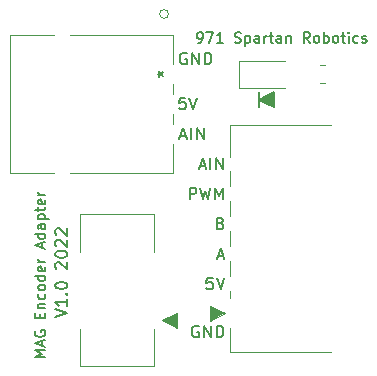
<source format=gbr>
%TF.GenerationSoftware,KiCad,Pcbnew,6.0.7-f9a2dced07~116~ubuntu20.04.1*%
%TF.CreationDate,2022-09-17T15:12:38-07:00*%
%TF.ProjectId,MAG_encoder_adapter,4d41475f-656e-4636-9f64-65725f616461,rev?*%
%TF.SameCoordinates,Original*%
%TF.FileFunction,Legend,Top*%
%TF.FilePolarity,Positive*%
%FSLAX46Y46*%
G04 Gerber Fmt 4.6, Leading zero omitted, Abs format (unit mm)*
G04 Created by KiCad (PCBNEW 6.0.7-f9a2dced07~116~ubuntu20.04.1) date 2022-09-17 15:12:38*
%MOMM*%
%LPD*%
G01*
G04 APERTURE LIST*
%ADD10C,0.150000*%
%ADD11C,0.120000*%
G04 APERTURE END LIST*
D10*
G36*
X176480000Y-106934000D02*
G01*
X175210000Y-106299000D01*
X176480000Y-105664000D01*
X176480000Y-106934000D01*
G37*
X176480000Y-106934000D02*
X175210000Y-106299000D01*
X176480000Y-105664000D01*
X176480000Y-106934000D01*
X175210000Y-105664000D02*
X175210000Y-106934000D01*
X157948380Y-124713523D02*
X158948380Y-124380190D01*
X157948380Y-124046857D01*
X158948380Y-123189714D02*
X158948380Y-123761142D01*
X158948380Y-123475428D02*
X157948380Y-123475428D01*
X158091238Y-123570666D01*
X158186476Y-123665904D01*
X158234095Y-123761142D01*
X158853142Y-122761142D02*
X158900761Y-122713523D01*
X158948380Y-122761142D01*
X158900761Y-122808761D01*
X158853142Y-122761142D01*
X158948380Y-122761142D01*
X157948380Y-122094476D02*
X157948380Y-121999238D01*
X157996000Y-121904000D01*
X158043619Y-121856380D01*
X158138857Y-121808761D01*
X158329333Y-121761142D01*
X158567428Y-121761142D01*
X158757904Y-121808761D01*
X158853142Y-121856380D01*
X158900761Y-121904000D01*
X158948380Y-121999238D01*
X158948380Y-122094476D01*
X158900761Y-122189714D01*
X158853142Y-122237333D01*
X158757904Y-122284952D01*
X158567428Y-122332571D01*
X158329333Y-122332571D01*
X158138857Y-122284952D01*
X158043619Y-122237333D01*
X157996000Y-122189714D01*
X157948380Y-122094476D01*
X158043619Y-120618285D02*
X157996000Y-120570666D01*
X157948380Y-120475428D01*
X157948380Y-120237333D01*
X157996000Y-120142095D01*
X158043619Y-120094476D01*
X158138857Y-120046857D01*
X158234095Y-120046857D01*
X158376952Y-120094476D01*
X158948380Y-120665904D01*
X158948380Y-120046857D01*
X157948380Y-119427809D02*
X157948380Y-119332571D01*
X157996000Y-119237333D01*
X158043619Y-119189714D01*
X158138857Y-119142095D01*
X158329333Y-119094476D01*
X158567428Y-119094476D01*
X158757904Y-119142095D01*
X158853142Y-119189714D01*
X158900761Y-119237333D01*
X158948380Y-119332571D01*
X158948380Y-119427809D01*
X158900761Y-119523047D01*
X158853142Y-119570666D01*
X158757904Y-119618285D01*
X158567428Y-119665904D01*
X158329333Y-119665904D01*
X158138857Y-119618285D01*
X158043619Y-119570666D01*
X157996000Y-119523047D01*
X157948380Y-119427809D01*
X158043619Y-118713523D02*
X157996000Y-118665904D01*
X157948380Y-118570666D01*
X157948380Y-118332571D01*
X157996000Y-118237333D01*
X158043619Y-118189714D01*
X158138857Y-118142095D01*
X158234095Y-118142095D01*
X158376952Y-118189714D01*
X158948380Y-118761142D01*
X158948380Y-118142095D01*
X158043619Y-117761142D02*
X157996000Y-117713523D01*
X157948380Y-117618285D01*
X157948380Y-117380190D01*
X157996000Y-117284952D01*
X158043619Y-117237333D01*
X158138857Y-117189714D01*
X158234095Y-117189714D01*
X158376952Y-117237333D01*
X158948380Y-117808761D01*
X158948380Y-117189714D01*
X171273261Y-121372380D02*
X170797071Y-121372380D01*
X170749452Y-121848571D01*
X170797071Y-121800952D01*
X170892309Y-121753333D01*
X171130404Y-121753333D01*
X171225642Y-121800952D01*
X171273261Y-121848571D01*
X171320880Y-121943809D01*
X171320880Y-122181904D01*
X171273261Y-122277142D01*
X171225642Y-122324761D01*
X171130404Y-122372380D01*
X170892309Y-122372380D01*
X170797071Y-122324761D01*
X170749452Y-122277142D01*
X171606595Y-121372380D02*
X171939928Y-122372380D01*
X172273261Y-121372380D01*
X171939928Y-116768571D02*
X172082785Y-116816190D01*
X172130404Y-116863809D01*
X172178023Y-116959047D01*
X172178023Y-117101904D01*
X172130404Y-117197142D01*
X172082785Y-117244761D01*
X171987547Y-117292380D01*
X171606595Y-117292380D01*
X171606595Y-116292380D01*
X171939928Y-116292380D01*
X172035166Y-116340000D01*
X172082785Y-116387619D01*
X172130404Y-116482857D01*
X172130404Y-116578095D01*
X172082785Y-116673333D01*
X172035166Y-116720952D01*
X171939928Y-116768571D01*
X171606595Y-116768571D01*
X170082785Y-125484000D02*
X169987547Y-125436380D01*
X169844690Y-125436380D01*
X169701833Y-125484000D01*
X169606595Y-125579238D01*
X169558976Y-125674476D01*
X169511357Y-125864952D01*
X169511357Y-126007809D01*
X169558976Y-126198285D01*
X169606595Y-126293523D01*
X169701833Y-126388761D01*
X169844690Y-126436380D01*
X169939928Y-126436380D01*
X170082785Y-126388761D01*
X170130404Y-126341142D01*
X170130404Y-126007809D01*
X169939928Y-126007809D01*
X170558976Y-126436380D02*
X170558976Y-125436380D01*
X171130404Y-126436380D01*
X171130404Y-125436380D01*
X171606595Y-126436380D02*
X171606595Y-125436380D01*
X171844690Y-125436380D01*
X171987547Y-125484000D01*
X172082785Y-125579238D01*
X172130404Y-125674476D01*
X172178023Y-125864952D01*
X172178023Y-126007809D01*
X172130404Y-126198285D01*
X172082785Y-126293523D01*
X171987547Y-126388761D01*
X171844690Y-126436380D01*
X171606595Y-126436380D01*
X170023500Y-101494166D02*
X170192833Y-101494166D01*
X170277500Y-101451833D01*
X170319833Y-101409500D01*
X170404500Y-101282500D01*
X170446833Y-101113166D01*
X170446833Y-100774500D01*
X170404500Y-100689833D01*
X170362166Y-100647500D01*
X170277500Y-100605166D01*
X170108166Y-100605166D01*
X170023500Y-100647500D01*
X169981166Y-100689833D01*
X169938833Y-100774500D01*
X169938833Y-100986166D01*
X169981166Y-101070833D01*
X170023500Y-101113166D01*
X170108166Y-101155500D01*
X170277500Y-101155500D01*
X170362166Y-101113166D01*
X170404500Y-101070833D01*
X170446833Y-100986166D01*
X170743166Y-100605166D02*
X171335833Y-100605166D01*
X170954833Y-101494166D01*
X172140166Y-101494166D02*
X171632166Y-101494166D01*
X171886166Y-101494166D02*
X171886166Y-100605166D01*
X171801500Y-100732166D01*
X171716833Y-100816833D01*
X171632166Y-100859166D01*
X173156166Y-101451833D02*
X173283166Y-101494166D01*
X173494833Y-101494166D01*
X173579500Y-101451833D01*
X173621833Y-101409500D01*
X173664166Y-101324833D01*
X173664166Y-101240166D01*
X173621833Y-101155500D01*
X173579500Y-101113166D01*
X173494833Y-101070833D01*
X173325500Y-101028500D01*
X173240833Y-100986166D01*
X173198500Y-100943833D01*
X173156166Y-100859166D01*
X173156166Y-100774500D01*
X173198500Y-100689833D01*
X173240833Y-100647500D01*
X173325500Y-100605166D01*
X173537166Y-100605166D01*
X173664166Y-100647500D01*
X174045166Y-100901500D02*
X174045166Y-101790500D01*
X174045166Y-100943833D02*
X174129833Y-100901500D01*
X174299166Y-100901500D01*
X174383833Y-100943833D01*
X174426166Y-100986166D01*
X174468500Y-101070833D01*
X174468500Y-101324833D01*
X174426166Y-101409500D01*
X174383833Y-101451833D01*
X174299166Y-101494166D01*
X174129833Y-101494166D01*
X174045166Y-101451833D01*
X175230500Y-101494166D02*
X175230500Y-101028500D01*
X175188166Y-100943833D01*
X175103500Y-100901500D01*
X174934166Y-100901500D01*
X174849500Y-100943833D01*
X175230500Y-101451833D02*
X175145833Y-101494166D01*
X174934166Y-101494166D01*
X174849500Y-101451833D01*
X174807166Y-101367166D01*
X174807166Y-101282500D01*
X174849500Y-101197833D01*
X174934166Y-101155500D01*
X175145833Y-101155500D01*
X175230500Y-101113166D01*
X175653833Y-101494166D02*
X175653833Y-100901500D01*
X175653833Y-101070833D02*
X175696166Y-100986166D01*
X175738500Y-100943833D01*
X175823166Y-100901500D01*
X175907833Y-100901500D01*
X176077166Y-100901500D02*
X176415833Y-100901500D01*
X176204166Y-100605166D02*
X176204166Y-101367166D01*
X176246500Y-101451833D01*
X176331166Y-101494166D01*
X176415833Y-101494166D01*
X177093166Y-101494166D02*
X177093166Y-101028500D01*
X177050833Y-100943833D01*
X176966166Y-100901500D01*
X176796833Y-100901500D01*
X176712166Y-100943833D01*
X177093166Y-101451833D02*
X177008500Y-101494166D01*
X176796833Y-101494166D01*
X176712166Y-101451833D01*
X176669833Y-101367166D01*
X176669833Y-101282500D01*
X176712166Y-101197833D01*
X176796833Y-101155500D01*
X177008500Y-101155500D01*
X177093166Y-101113166D01*
X177516500Y-100901500D02*
X177516500Y-101494166D01*
X177516500Y-100986166D02*
X177558833Y-100943833D01*
X177643500Y-100901500D01*
X177770500Y-100901500D01*
X177855166Y-100943833D01*
X177897500Y-101028500D01*
X177897500Y-101494166D01*
X179506166Y-101494166D02*
X179209833Y-101070833D01*
X178998166Y-101494166D02*
X178998166Y-100605166D01*
X179336833Y-100605166D01*
X179421500Y-100647500D01*
X179463833Y-100689833D01*
X179506166Y-100774500D01*
X179506166Y-100901500D01*
X179463833Y-100986166D01*
X179421500Y-101028500D01*
X179336833Y-101070833D01*
X178998166Y-101070833D01*
X180014166Y-101494166D02*
X179929500Y-101451833D01*
X179887166Y-101409500D01*
X179844833Y-101324833D01*
X179844833Y-101070833D01*
X179887166Y-100986166D01*
X179929500Y-100943833D01*
X180014166Y-100901500D01*
X180141166Y-100901500D01*
X180225833Y-100943833D01*
X180268166Y-100986166D01*
X180310500Y-101070833D01*
X180310500Y-101324833D01*
X180268166Y-101409500D01*
X180225833Y-101451833D01*
X180141166Y-101494166D01*
X180014166Y-101494166D01*
X180691500Y-101494166D02*
X180691500Y-100605166D01*
X180691500Y-100943833D02*
X180776166Y-100901500D01*
X180945500Y-100901500D01*
X181030166Y-100943833D01*
X181072500Y-100986166D01*
X181114833Y-101070833D01*
X181114833Y-101324833D01*
X181072500Y-101409500D01*
X181030166Y-101451833D01*
X180945500Y-101494166D01*
X180776166Y-101494166D01*
X180691500Y-101451833D01*
X181622833Y-101494166D02*
X181538166Y-101451833D01*
X181495833Y-101409500D01*
X181453500Y-101324833D01*
X181453500Y-101070833D01*
X181495833Y-100986166D01*
X181538166Y-100943833D01*
X181622833Y-100901500D01*
X181749833Y-100901500D01*
X181834500Y-100943833D01*
X181876833Y-100986166D01*
X181919166Y-101070833D01*
X181919166Y-101324833D01*
X181876833Y-101409500D01*
X181834500Y-101451833D01*
X181749833Y-101494166D01*
X181622833Y-101494166D01*
X182173166Y-100901500D02*
X182511833Y-100901500D01*
X182300166Y-100605166D02*
X182300166Y-101367166D01*
X182342500Y-101451833D01*
X182427166Y-101494166D01*
X182511833Y-101494166D01*
X182808166Y-101494166D02*
X182808166Y-100901500D01*
X182808166Y-100605166D02*
X182765833Y-100647500D01*
X182808166Y-100689833D01*
X182850500Y-100647500D01*
X182808166Y-100605166D01*
X182808166Y-100689833D01*
X183612500Y-101451833D02*
X183527833Y-101494166D01*
X183358500Y-101494166D01*
X183273833Y-101451833D01*
X183231500Y-101409500D01*
X183189166Y-101324833D01*
X183189166Y-101070833D01*
X183231500Y-100986166D01*
X183273833Y-100943833D01*
X183358500Y-100901500D01*
X183527833Y-100901500D01*
X183612500Y-100943833D01*
X183951166Y-101451833D02*
X184035833Y-101494166D01*
X184205166Y-101494166D01*
X184289833Y-101451833D01*
X184332166Y-101367166D01*
X184332166Y-101324833D01*
X184289833Y-101240166D01*
X184205166Y-101197833D01*
X184078166Y-101197833D01*
X183993500Y-101155500D01*
X183951166Y-101070833D01*
X183951166Y-101028500D01*
X183993500Y-100943833D01*
X184078166Y-100901500D01*
X184205166Y-100901500D01*
X184289833Y-100943833D01*
X169320880Y-114752380D02*
X169320880Y-113752380D01*
X169701833Y-113752380D01*
X169797071Y-113800000D01*
X169844690Y-113847619D01*
X169892309Y-113942857D01*
X169892309Y-114085714D01*
X169844690Y-114180952D01*
X169797071Y-114228571D01*
X169701833Y-114276190D01*
X169320880Y-114276190D01*
X170225642Y-113752380D02*
X170463738Y-114752380D01*
X170654214Y-114038095D01*
X170844690Y-114752380D01*
X171082785Y-113752380D01*
X171463738Y-114752380D02*
X171463738Y-113752380D01*
X171797071Y-114466666D01*
X172130404Y-113752380D01*
X172130404Y-114752380D01*
X168959785Y-106132380D02*
X168483595Y-106132380D01*
X168435976Y-106608571D01*
X168483595Y-106560952D01*
X168578833Y-106513333D01*
X168816928Y-106513333D01*
X168912166Y-106560952D01*
X168959785Y-106608571D01*
X169007404Y-106703809D01*
X169007404Y-106941904D01*
X168959785Y-107037142D01*
X168912166Y-107084761D01*
X168816928Y-107132380D01*
X168578833Y-107132380D01*
X168483595Y-107084761D01*
X168435976Y-107037142D01*
X169293119Y-106132380D02*
X169626452Y-107132380D01*
X169959785Y-106132380D01*
X170178023Y-111926666D02*
X170654214Y-111926666D01*
X170082785Y-112212380D02*
X170416119Y-111212380D01*
X170749452Y-112212380D01*
X171082785Y-112212380D02*
X171082785Y-111212380D01*
X171558976Y-112212380D02*
X171558976Y-111212380D01*
X172130404Y-112212380D01*
X172130404Y-111212380D01*
X157120166Y-128100666D02*
X156231166Y-128100666D01*
X156866166Y-127804333D01*
X156231166Y-127508000D01*
X157120166Y-127508000D01*
X156866166Y-127127000D02*
X156866166Y-126703666D01*
X157120166Y-127211666D02*
X156231166Y-126915333D01*
X157120166Y-126619000D01*
X156273500Y-125857000D02*
X156231166Y-125941666D01*
X156231166Y-126068666D01*
X156273500Y-126195666D01*
X156358166Y-126280333D01*
X156442833Y-126322666D01*
X156612166Y-126365000D01*
X156739166Y-126365000D01*
X156908500Y-126322666D01*
X156993166Y-126280333D01*
X157077833Y-126195666D01*
X157120166Y-126068666D01*
X157120166Y-125984000D01*
X157077833Y-125857000D01*
X157035500Y-125814666D01*
X156739166Y-125814666D01*
X156739166Y-125984000D01*
X156654500Y-124756333D02*
X156654500Y-124460000D01*
X157120166Y-124333000D02*
X157120166Y-124756333D01*
X156231166Y-124756333D01*
X156231166Y-124333000D01*
X156527500Y-123952000D02*
X157120166Y-123952000D01*
X156612166Y-123952000D02*
X156569833Y-123909666D01*
X156527500Y-123825000D01*
X156527500Y-123698000D01*
X156569833Y-123613333D01*
X156654500Y-123571000D01*
X157120166Y-123571000D01*
X157077833Y-122766666D02*
X157120166Y-122851333D01*
X157120166Y-123020666D01*
X157077833Y-123105333D01*
X157035500Y-123147666D01*
X156950833Y-123190000D01*
X156696833Y-123190000D01*
X156612166Y-123147666D01*
X156569833Y-123105333D01*
X156527500Y-123020666D01*
X156527500Y-122851333D01*
X156569833Y-122766666D01*
X157120166Y-122258666D02*
X157077833Y-122343333D01*
X157035500Y-122385666D01*
X156950833Y-122428000D01*
X156696833Y-122428000D01*
X156612166Y-122385666D01*
X156569833Y-122343333D01*
X156527500Y-122258666D01*
X156527500Y-122131666D01*
X156569833Y-122047000D01*
X156612166Y-122004666D01*
X156696833Y-121962333D01*
X156950833Y-121962333D01*
X157035500Y-122004666D01*
X157077833Y-122047000D01*
X157120166Y-122131666D01*
X157120166Y-122258666D01*
X157120166Y-121200333D02*
X156231166Y-121200333D01*
X157077833Y-121200333D02*
X157120166Y-121285000D01*
X157120166Y-121454333D01*
X157077833Y-121539000D01*
X157035500Y-121581333D01*
X156950833Y-121623666D01*
X156696833Y-121623666D01*
X156612166Y-121581333D01*
X156569833Y-121539000D01*
X156527500Y-121454333D01*
X156527500Y-121285000D01*
X156569833Y-121200333D01*
X157077833Y-120438333D02*
X157120166Y-120523000D01*
X157120166Y-120692333D01*
X157077833Y-120777000D01*
X156993166Y-120819333D01*
X156654500Y-120819333D01*
X156569833Y-120777000D01*
X156527500Y-120692333D01*
X156527500Y-120523000D01*
X156569833Y-120438333D01*
X156654500Y-120396000D01*
X156739166Y-120396000D01*
X156823833Y-120819333D01*
X157120166Y-120015000D02*
X156527500Y-120015000D01*
X156696833Y-120015000D02*
X156612166Y-119972666D01*
X156569833Y-119930333D01*
X156527500Y-119845666D01*
X156527500Y-119761000D01*
X156866166Y-118829666D02*
X156866166Y-118406333D01*
X157120166Y-118914333D02*
X156231166Y-118618000D01*
X157120166Y-118321666D01*
X157120166Y-117644333D02*
X156231166Y-117644333D01*
X157077833Y-117644333D02*
X157120166Y-117729000D01*
X157120166Y-117898333D01*
X157077833Y-117983000D01*
X157035500Y-118025333D01*
X156950833Y-118067666D01*
X156696833Y-118067666D01*
X156612166Y-118025333D01*
X156569833Y-117983000D01*
X156527500Y-117898333D01*
X156527500Y-117729000D01*
X156569833Y-117644333D01*
X157120166Y-116840000D02*
X156654500Y-116840000D01*
X156569833Y-116882333D01*
X156527500Y-116967000D01*
X156527500Y-117136333D01*
X156569833Y-117221000D01*
X157077833Y-116840000D02*
X157120166Y-116924666D01*
X157120166Y-117136333D01*
X157077833Y-117221000D01*
X156993166Y-117263333D01*
X156908500Y-117263333D01*
X156823833Y-117221000D01*
X156781500Y-117136333D01*
X156781500Y-116924666D01*
X156739166Y-116840000D01*
X156527500Y-116416666D02*
X157416500Y-116416666D01*
X156569833Y-116416666D02*
X156527500Y-116332000D01*
X156527500Y-116162666D01*
X156569833Y-116078000D01*
X156612166Y-116035666D01*
X156696833Y-115993333D01*
X156950833Y-115993333D01*
X157035500Y-116035666D01*
X157077833Y-116078000D01*
X157120166Y-116162666D01*
X157120166Y-116332000D01*
X157077833Y-116416666D01*
X156527500Y-115739333D02*
X156527500Y-115400666D01*
X156231166Y-115612333D02*
X156993166Y-115612333D01*
X157077833Y-115570000D01*
X157120166Y-115485333D01*
X157120166Y-115400666D01*
X157077833Y-114765666D02*
X157120166Y-114850333D01*
X157120166Y-115019666D01*
X157077833Y-115104333D01*
X156993166Y-115146666D01*
X156654500Y-115146666D01*
X156569833Y-115104333D01*
X156527500Y-115019666D01*
X156527500Y-114850333D01*
X156569833Y-114765666D01*
X156654500Y-114723333D01*
X156739166Y-114723333D01*
X156823833Y-115146666D01*
X157120166Y-114342333D02*
X156527500Y-114342333D01*
X156696833Y-114342333D02*
X156612166Y-114300000D01*
X156569833Y-114257666D01*
X156527500Y-114173000D01*
X156527500Y-114088333D01*
X168562976Y-109386666D02*
X169039166Y-109386666D01*
X168467738Y-109672380D02*
X168801071Y-108672380D01*
X169134404Y-109672380D01*
X169467738Y-109672380D02*
X169467738Y-108672380D01*
X169943928Y-109672380D02*
X169943928Y-108672380D01*
X170515357Y-109672380D01*
X170515357Y-108672380D01*
X171701833Y-119546666D02*
X172178023Y-119546666D01*
X171606595Y-119832380D02*
X171939928Y-118832380D01*
X172273261Y-119832380D01*
X169066785Y-102370000D02*
X168971547Y-102322380D01*
X168828690Y-102322380D01*
X168685833Y-102370000D01*
X168590595Y-102465238D01*
X168542976Y-102560476D01*
X168495357Y-102750952D01*
X168495357Y-102893809D01*
X168542976Y-103084285D01*
X168590595Y-103179523D01*
X168685833Y-103274761D01*
X168828690Y-103322380D01*
X168923928Y-103322380D01*
X169066785Y-103274761D01*
X169114404Y-103227142D01*
X169114404Y-102893809D01*
X168923928Y-102893809D01*
X169542976Y-103322380D02*
X169542976Y-102322380D01*
X170114404Y-103322380D01*
X170114404Y-102322380D01*
X170590595Y-103322380D02*
X170590595Y-102322380D01*
X170828690Y-102322380D01*
X170971547Y-102370000D01*
X171066785Y-102465238D01*
X171114404Y-102560476D01*
X171162023Y-102750952D01*
X171162023Y-102893809D01*
X171114404Y-103084285D01*
X171066785Y-103179523D01*
X170971547Y-103274761D01*
X170828690Y-103322380D01*
X170590595Y-103322380D01*
%TO.C,J2*%
X166608831Y-104140000D02*
X166846927Y-104140000D01*
X166751689Y-104378095D02*
X166846927Y-104140000D01*
X166751689Y-103901904D01*
X167037403Y-104282857D02*
X166846927Y-104140000D01*
X167037403Y-103997142D01*
D11*
%TO.C,J3*%
X172732500Y-117403566D02*
X172732500Y-118707434D01*
X172732500Y-125675500D02*
X172732500Y-127707500D01*
X172732500Y-112323566D02*
X172732500Y-113627434D01*
X172732500Y-108485500D02*
X172732500Y-111169434D01*
X172732500Y-122483566D02*
X172732500Y-123135500D01*
X172732500Y-119943566D02*
X172732500Y-121247434D01*
X172732500Y-127707500D02*
X181314528Y-127707500D01*
X172732500Y-114863566D02*
X172732500Y-116167434D01*
X181314528Y-108485500D02*
X172732500Y-108485500D01*
G36*
X172288000Y-124405500D02*
G01*
X171018000Y-125040500D01*
X171018000Y-123770500D01*
X172288000Y-124405500D01*
G37*
X172288000Y-124405500D02*
X171018000Y-125040500D01*
X171018000Y-123770500D01*
X172288000Y-124405500D01*
%TO.C,J2*%
X167933451Y-100825300D02*
X159204401Y-100825300D01*
X159204401Y-112534700D02*
X167933451Y-112534700D01*
X167933451Y-103315623D02*
X167933451Y-100825300D01*
X167933451Y-105855623D02*
X167933451Y-104964377D01*
X157828500Y-100825300D02*
X154090450Y-100825300D01*
X167933451Y-112534700D02*
X167933451Y-110044377D01*
X154090450Y-112534700D02*
X157828500Y-112534700D01*
X154090450Y-100825300D02*
X154090450Y-112534700D01*
X167933451Y-108395623D02*
X167933451Y-107504377D01*
X167537451Y-99047300D02*
G75*
G03*
X167537451Y-99047300I-381000J0D01*
G01*
%TO.C,R1*%
X180340436Y-104875000D02*
X180794564Y-104875000D01*
X180340436Y-103405000D02*
X180794564Y-103405000D01*
%TO.C,D1*%
X177365000Y-103005000D02*
X173480000Y-103005000D01*
X173480000Y-105275000D02*
X177365000Y-105275000D01*
X173480000Y-103005000D02*
X173480000Y-105275000D01*
%TO.C,J1*%
X166298601Y-128879600D02*
X166298601Y-125681740D01*
X166298601Y-119174260D02*
X166298601Y-115976400D01*
X160050201Y-115976400D02*
X160050201Y-119174260D01*
X166298601Y-115976400D02*
X160050201Y-115976400D01*
X160050201Y-125681740D02*
X160050201Y-128879600D01*
X160050201Y-128879600D02*
X166298601Y-128879600D01*
G36*
X168254401Y-125603000D02*
G01*
X166984401Y-124968000D01*
X168254401Y-124333000D01*
X168254401Y-125603000D01*
G37*
X168254401Y-125603000D02*
X166984401Y-124968000D01*
X168254401Y-124333000D01*
X168254401Y-125603000D01*
%TD*%
M02*

</source>
